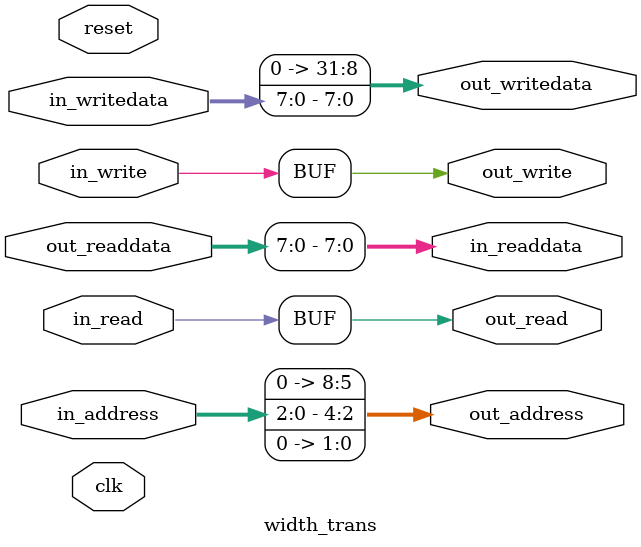
<source format=v>

`timescale 1 ps / 1 ps
module width_trans
(
	input  wire        clk,           // clock.clk
	input  wire        reset,         // reset.reset
	input  wire [2:0]  in_address,    //    in.address
	input  wire        in_read,       //      .read
	output wire [7:0]  in_readdata,   //      .readdata
	input  wire        in_write,      //      .write
	input  wire [7:0]  in_writedata,  //      .writedata
	output wire [8:0]  out_address,   //   out.address
	output wire        out_read,      //      .read
	input  wire [31:0] out_readdata,  //      .readdata
	output wire        out_write,     //      .write
	output wire [31:0] out_writedata  //      .writedata
);

assign out_address   = {in_address, 2'b00};
assign out_read      = in_read;
assign in_readdata   = out_readdata[7:0];
assign out_write     = in_write;
assign out_writedata = {24'd0, in_writedata};

endmodule

</source>
